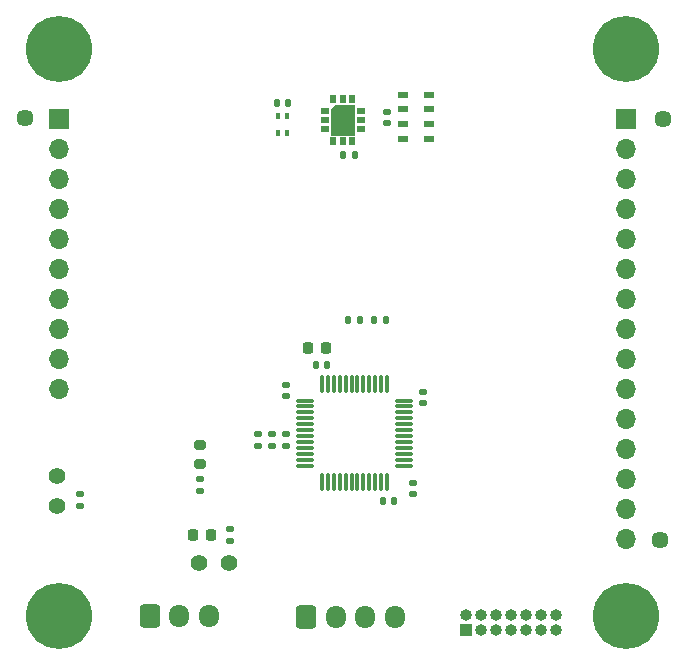
<source format=gbr>
%TF.GenerationSoftware,KiCad,Pcbnew,9.0.0*%
%TF.CreationDate,2025-02-22T16:24:44-05:00*%
%TF.ProjectId,SensorModuleBreakout,53656e73-6f72-44d6-9f64-756c65427265,rev?*%
%TF.SameCoordinates,Original*%
%TF.FileFunction,Soldermask,Top*%
%TF.FilePolarity,Negative*%
%FSLAX46Y46*%
G04 Gerber Fmt 4.6, Leading zero omitted, Abs format (unit mm)*
G04 Created by KiCad (PCBNEW 9.0.0) date 2025-02-22 16:24:44*
%MOMM*%
%LPD*%
G01*
G04 APERTURE LIST*
G04 Aperture macros list*
%AMRoundRect*
0 Rectangle with rounded corners*
0 $1 Rounding radius*
0 $2 $3 $4 $5 $6 $7 $8 $9 X,Y pos of 4 corners*
0 Add a 4 corners polygon primitive as box body*
4,1,4,$2,$3,$4,$5,$6,$7,$8,$9,$2,$3,0*
0 Add four circle primitives for the rounded corners*
1,1,$1+$1,$2,$3*
1,1,$1+$1,$4,$5*
1,1,$1+$1,$6,$7*
1,1,$1+$1,$8,$9*
0 Add four rect primitives between the rounded corners*
20,1,$1+$1,$2,$3,$4,$5,0*
20,1,$1+$1,$4,$5,$6,$7,0*
20,1,$1+$1,$6,$7,$8,$9,0*
20,1,$1+$1,$8,$9,$2,$3,0*%
G04 Aperture macros list end*
%ADD10C,0.010000*%
%ADD11R,0.950000X0.550000*%
%ADD12RoundRect,0.250000X-0.600000X-0.725000X0.600000X-0.725000X0.600000X0.725000X-0.600000X0.725000X0*%
%ADD13O,1.700000X1.950000*%
%ADD14RoundRect,0.102000X-0.275000X-0.150000X0.275000X-0.150000X0.275000X0.150000X-0.275000X0.150000X0*%
%ADD15RoundRect,0.102000X-0.150000X-0.275000X0.150000X-0.275000X0.150000X0.275000X-0.150000X0.275000X0*%
%ADD16C,5.600000*%
%ADD17RoundRect,0.075000X-0.662500X-0.075000X0.662500X-0.075000X0.662500X0.075000X-0.662500X0.075000X0*%
%ADD18RoundRect,0.075000X-0.075000X-0.662500X0.075000X-0.662500X0.075000X0.662500X-0.075000X0.662500X0*%
%ADD19RoundRect,0.135000X-0.185000X0.135000X-0.185000X-0.135000X0.185000X-0.135000X0.185000X0.135000X0*%
%ADD20R,0.300000X0.500000*%
%ADD21RoundRect,0.225000X-0.225000X-0.250000X0.225000X-0.250000X0.225000X0.250000X-0.225000X0.250000X0*%
%ADD22RoundRect,0.218750X-0.218750X-0.256250X0.218750X-0.256250X0.218750X0.256250X-0.218750X0.256250X0*%
%ADD23RoundRect,0.140000X0.140000X0.170000X-0.140000X0.170000X-0.140000X-0.170000X0.140000X-0.170000X0*%
%ADD24RoundRect,0.135000X-0.135000X-0.185000X0.135000X-0.185000X0.135000X0.185000X-0.135000X0.185000X0*%
%ADD25C,1.448000*%
%ADD26RoundRect,0.140000X-0.170000X0.140000X-0.170000X-0.140000X0.170000X-0.140000X0.170000X0.140000X0*%
%ADD27R,1.700000X1.700000*%
%ADD28O,1.700000X1.700000*%
%ADD29C,1.400000*%
%ADD30RoundRect,0.135000X0.185000X-0.135000X0.185000X0.135000X-0.185000X0.135000X-0.185000X-0.135000X0*%
%ADD31RoundRect,0.135000X0.135000X0.185000X-0.135000X0.185000X-0.135000X-0.185000X0.135000X-0.185000X0*%
%ADD32RoundRect,0.200000X-0.275000X0.200000X-0.275000X-0.200000X0.275000X-0.200000X0.275000X0.200000X0*%
%ADD33RoundRect,0.140000X-0.140000X-0.170000X0.140000X-0.170000X0.140000X0.170000X-0.140000X0.170000X0*%
%ADD34RoundRect,0.140000X0.170000X-0.140000X0.170000X0.140000X-0.170000X0.140000X-0.170000X-0.140000X0*%
%ADD35R,1.000000X1.000000*%
%ADD36O,1.000000X1.000000*%
G04 APERTURE END LIST*
D10*
%TO.C,U3*%
X131000000Y-63250000D02*
X129000000Y-63250000D01*
X129000000Y-61108581D01*
X129358581Y-60750000D01*
X131000000Y-60750000D01*
X131000000Y-63250000D01*
G36*
X131000000Y-63250000D02*
G01*
X129000000Y-63250000D01*
X129000000Y-61108581D01*
X129358581Y-60750000D01*
X131000000Y-60750000D01*
X131000000Y-63250000D01*
G37*
%TD*%
D11*
%TO.C,U5*%
X135125000Y-59847500D03*
X135125000Y-61097500D03*
X135125000Y-62347500D03*
X135125000Y-63597500D03*
X137275000Y-63597500D03*
X137275000Y-62347500D03*
X137275000Y-61097500D03*
X137275000Y-59847500D03*
%TD*%
D12*
%TO.C,J5*%
X126920000Y-104075000D03*
D13*
X129420000Y-104075000D03*
X131920000Y-104075000D03*
X134420000Y-104075000D03*
%TD*%
D14*
%TO.C,U3*%
X128475000Y-61200000D03*
X128475000Y-62000000D03*
X128475000Y-62800000D03*
D15*
X129200000Y-63775000D03*
X130000000Y-63775000D03*
X130800000Y-63775000D03*
D14*
X131525000Y-62800000D03*
X131525000Y-62000000D03*
X131525000Y-61200000D03*
D15*
X130800000Y-60225000D03*
X130000000Y-60225000D03*
X129200000Y-60225000D03*
%TD*%
D16*
%TO.C,H2*%
X154000000Y-56000000D03*
%TD*%
D17*
%TO.C,U1*%
X126837500Y-85750000D03*
X126837500Y-86250000D03*
X126837500Y-86750000D03*
X126837500Y-87250000D03*
X126837500Y-87750000D03*
X126837500Y-88250000D03*
X126837500Y-88750000D03*
X126837500Y-89250000D03*
X126837500Y-89750000D03*
X126837500Y-90250000D03*
X126837500Y-90750000D03*
X126837500Y-91250000D03*
D18*
X128250000Y-92662500D03*
X128750000Y-92662500D03*
X129250000Y-92662500D03*
X129750000Y-92662500D03*
X130250000Y-92662500D03*
X130750000Y-92662500D03*
X131250000Y-92662500D03*
X131750000Y-92662500D03*
X132250000Y-92662500D03*
X132750000Y-92662500D03*
X133250000Y-92662500D03*
X133750000Y-92662500D03*
D17*
X135162500Y-91250000D03*
X135162500Y-90750000D03*
X135162500Y-90250000D03*
X135162500Y-89750000D03*
X135162500Y-89250000D03*
X135162500Y-88750000D03*
X135162500Y-88250000D03*
X135162500Y-87750000D03*
X135162500Y-87250000D03*
X135162500Y-86750000D03*
X135162500Y-86250000D03*
X135162500Y-85750000D03*
D18*
X133750000Y-84337500D03*
X133250000Y-84337500D03*
X132750000Y-84337500D03*
X132250000Y-84337500D03*
X131750000Y-84337500D03*
X131250000Y-84337500D03*
X130750000Y-84337500D03*
X130250000Y-84337500D03*
X129750000Y-84337500D03*
X129250000Y-84337500D03*
X128750000Y-84337500D03*
X128250000Y-84337500D03*
%TD*%
D19*
%TO.C,R6*%
X120500000Y-96590000D03*
X120500000Y-97610000D03*
%TD*%
D20*
%TO.C,U2*%
X124525000Y-63100000D03*
X125325000Y-63100000D03*
X125325000Y-61700000D03*
X124525000Y-61700000D03*
%TD*%
D21*
%TO.C,C1*%
X127025000Y-81300000D03*
X128575000Y-81300000D03*
%TD*%
D22*
%TO.C,D1*%
X117312500Y-97100000D03*
X118887500Y-97100000D03*
%TD*%
D23*
%TO.C,C9*%
X125405000Y-60600000D03*
X124445000Y-60600000D03*
%TD*%
D16*
%TO.C,H3*%
X106000000Y-104000000D03*
%TD*%
D23*
%TO.C,C4*%
X134380000Y-94250000D03*
X133420000Y-94250000D03*
%TD*%
D24*
%TO.C,R2*%
X132650000Y-78900000D03*
X133670000Y-78900000D03*
%TD*%
D19*
%TO.C,R5*%
X117950000Y-92390000D03*
X117950000Y-93410000D03*
%TD*%
D25*
%TO.C,REF\u002A\u002A*%
X157150000Y-61950000D03*
%TD*%
D26*
%TO.C,C12*%
X135950000Y-92720000D03*
X135950000Y-93680000D03*
%TD*%
D27*
%TO.C,J2*%
X106000000Y-61920000D03*
D28*
X106000000Y-64460000D03*
X106000000Y-67000000D03*
X106000000Y-69540000D03*
X106000000Y-72080000D03*
X106000000Y-74620000D03*
X106000000Y-77160000D03*
X106000000Y-79700000D03*
X106000000Y-82240000D03*
X106000000Y-84780000D03*
%TD*%
D29*
%TO.C,JP2*%
X120350000Y-99500000D03*
X117810000Y-99500000D03*
%TD*%
D25*
%TO.C,REF\u002A\u002A*%
X103100000Y-61850000D03*
%TD*%
D16*
%TO.C,H4*%
X154000000Y-104000000D03*
%TD*%
D30*
%TO.C,R1*%
X107800000Y-94660000D03*
X107800000Y-93640000D03*
%TD*%
D31*
%TO.C,R3*%
X131470000Y-78900000D03*
X130450000Y-78900000D03*
%TD*%
D32*
%TO.C,R4*%
X117950000Y-89475000D03*
X117950000Y-91125000D03*
%TD*%
D16*
%TO.C,H1*%
X106000000Y-56000000D03*
%TD*%
D33*
%TO.C,C2*%
X127720000Y-82700000D03*
X128680000Y-82700000D03*
%TD*%
D34*
%TO.C,C8*%
X122800000Y-89580000D03*
X122800000Y-88620000D03*
%TD*%
D25*
%TO.C,REF\u002A\u002A*%
X156900000Y-97550000D03*
%TD*%
D23*
%TO.C,C10*%
X131005000Y-65000000D03*
X130045000Y-65000000D03*
%TD*%
D35*
%TO.C,J1*%
X140430000Y-105150000D03*
D36*
X140430000Y-103880000D03*
X141700000Y-105150000D03*
X141700000Y-103880000D03*
X142970000Y-105150000D03*
X142970000Y-103880000D03*
X144240000Y-105150000D03*
X144240000Y-103880000D03*
X145510000Y-105150000D03*
X145510000Y-103880000D03*
X146780000Y-105150000D03*
X146780000Y-103880000D03*
X148050000Y-105150000D03*
X148050000Y-103880000D03*
%TD*%
D27*
%TO.C,J3*%
X154000000Y-61920000D03*
D28*
X154000000Y-64460000D03*
X154000000Y-67000000D03*
X154000000Y-69540000D03*
X154000000Y-72080000D03*
X154000000Y-74620000D03*
X154000000Y-77160000D03*
X154000000Y-79700000D03*
X154000000Y-82240000D03*
X154000000Y-84780000D03*
X154000000Y-87320000D03*
X154000000Y-89860000D03*
X154000000Y-92400000D03*
X154000000Y-94940000D03*
X154000000Y-97480000D03*
%TD*%
D12*
%TO.C,J4*%
X113670000Y-104000000D03*
D13*
X116170000Y-104000000D03*
X118670000Y-104000000D03*
%TD*%
D29*
%TO.C,JP1*%
X105850000Y-92100000D03*
X105850000Y-94640000D03*
%TD*%
D26*
%TO.C,C3*%
X136800000Y-85020000D03*
X136800000Y-85980000D03*
%TD*%
D34*
%TO.C,C7*%
X124000000Y-89580000D03*
X124000000Y-88620000D03*
%TD*%
D26*
%TO.C,C11*%
X133750000Y-61320000D03*
X133750000Y-62280000D03*
%TD*%
D34*
%TO.C,C6*%
X125200000Y-89580000D03*
X125200000Y-88620000D03*
%TD*%
%TO.C,C5*%
X125200000Y-85380000D03*
X125200000Y-84420000D03*
%TD*%
M02*

</source>
